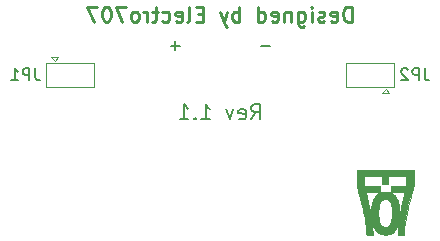
<source format=gbr>
G04 #@! TF.GenerationSoftware,KiCad,Pcbnew,(6.0.6)*
G04 #@! TF.CreationDate,2022-07-01T01:06:20-04:00*
G04 #@! TF.ProjectId,C,432e6b69-6361-4645-9f70-636258585858,rev?*
G04 #@! TF.SameCoordinates,Original*
G04 #@! TF.FileFunction,Legend,Bot*
G04 #@! TF.FilePolarity,Positive*
%FSLAX46Y46*%
G04 Gerber Fmt 4.6, Leading zero omitted, Abs format (unit mm)*
G04 Created by KiCad (PCBNEW (6.0.6)) date 2022-07-01 01:06:20*
%MOMM*%
%LPD*%
G01*
G04 APERTURE LIST*
%ADD10C,0.150000*%
%ADD11C,0.228600*%
%ADD12C,0.152400*%
%ADD13C,0.120000*%
%ADD14C,0.010000*%
G04 APERTURE END LIST*
D10*
X154559047Y-81351428D02*
X155320952Y-81351428D01*
X154940000Y-81732380D02*
X154940000Y-80970476D01*
X162179047Y-81351428D02*
X162940952Y-81351428D01*
D11*
X169877619Y-79314523D02*
X169877619Y-78044523D01*
X169575238Y-78044523D01*
X169393809Y-78105000D01*
X169272857Y-78225952D01*
X169212380Y-78346904D01*
X169151904Y-78588809D01*
X169151904Y-78770238D01*
X169212380Y-79012142D01*
X169272857Y-79133095D01*
X169393809Y-79254047D01*
X169575238Y-79314523D01*
X169877619Y-79314523D01*
X168123809Y-79254047D02*
X168244761Y-79314523D01*
X168486666Y-79314523D01*
X168607619Y-79254047D01*
X168668095Y-79133095D01*
X168668095Y-78649285D01*
X168607619Y-78528333D01*
X168486666Y-78467857D01*
X168244761Y-78467857D01*
X168123809Y-78528333D01*
X168063333Y-78649285D01*
X168063333Y-78770238D01*
X168668095Y-78891190D01*
X167579523Y-79254047D02*
X167458571Y-79314523D01*
X167216666Y-79314523D01*
X167095714Y-79254047D01*
X167035238Y-79133095D01*
X167035238Y-79072619D01*
X167095714Y-78951666D01*
X167216666Y-78891190D01*
X167398095Y-78891190D01*
X167519047Y-78830714D01*
X167579523Y-78709761D01*
X167579523Y-78649285D01*
X167519047Y-78528333D01*
X167398095Y-78467857D01*
X167216666Y-78467857D01*
X167095714Y-78528333D01*
X166490952Y-79314523D02*
X166490952Y-78467857D01*
X166490952Y-78044523D02*
X166551428Y-78105000D01*
X166490952Y-78165476D01*
X166430476Y-78105000D01*
X166490952Y-78044523D01*
X166490952Y-78165476D01*
X165341904Y-78467857D02*
X165341904Y-79495952D01*
X165402380Y-79616904D01*
X165462857Y-79677380D01*
X165583809Y-79737857D01*
X165765238Y-79737857D01*
X165886190Y-79677380D01*
X165341904Y-79254047D02*
X165462857Y-79314523D01*
X165704761Y-79314523D01*
X165825714Y-79254047D01*
X165886190Y-79193571D01*
X165946666Y-79072619D01*
X165946666Y-78709761D01*
X165886190Y-78588809D01*
X165825714Y-78528333D01*
X165704761Y-78467857D01*
X165462857Y-78467857D01*
X165341904Y-78528333D01*
X164737142Y-78467857D02*
X164737142Y-79314523D01*
X164737142Y-78588809D02*
X164676666Y-78528333D01*
X164555714Y-78467857D01*
X164374285Y-78467857D01*
X164253333Y-78528333D01*
X164192857Y-78649285D01*
X164192857Y-79314523D01*
X163104285Y-79254047D02*
X163225238Y-79314523D01*
X163467142Y-79314523D01*
X163588095Y-79254047D01*
X163648571Y-79133095D01*
X163648571Y-78649285D01*
X163588095Y-78528333D01*
X163467142Y-78467857D01*
X163225238Y-78467857D01*
X163104285Y-78528333D01*
X163043809Y-78649285D01*
X163043809Y-78770238D01*
X163648571Y-78891190D01*
X161955238Y-79314523D02*
X161955238Y-78044523D01*
X161955238Y-79254047D02*
X162076190Y-79314523D01*
X162318095Y-79314523D01*
X162439047Y-79254047D01*
X162499523Y-79193571D01*
X162560000Y-79072619D01*
X162560000Y-78709761D01*
X162499523Y-78588809D01*
X162439047Y-78528333D01*
X162318095Y-78467857D01*
X162076190Y-78467857D01*
X161955238Y-78528333D01*
X160382857Y-79314523D02*
X160382857Y-78044523D01*
X160382857Y-78528333D02*
X160261904Y-78467857D01*
X160020000Y-78467857D01*
X159899047Y-78528333D01*
X159838571Y-78588809D01*
X159778095Y-78709761D01*
X159778095Y-79072619D01*
X159838571Y-79193571D01*
X159899047Y-79254047D01*
X160020000Y-79314523D01*
X160261904Y-79314523D01*
X160382857Y-79254047D01*
X159354761Y-78467857D02*
X159052380Y-79314523D01*
X158750000Y-78467857D02*
X159052380Y-79314523D01*
X159173333Y-79616904D01*
X159233809Y-79677380D01*
X159354761Y-79737857D01*
X157298571Y-78649285D02*
X156875238Y-78649285D01*
X156693809Y-79314523D02*
X157298571Y-79314523D01*
X157298571Y-78044523D01*
X156693809Y-78044523D01*
X155968095Y-79314523D02*
X156089047Y-79254047D01*
X156149523Y-79133095D01*
X156149523Y-78044523D01*
X155000476Y-79254047D02*
X155121428Y-79314523D01*
X155363333Y-79314523D01*
X155484285Y-79254047D01*
X155544761Y-79133095D01*
X155544761Y-78649285D01*
X155484285Y-78528333D01*
X155363333Y-78467857D01*
X155121428Y-78467857D01*
X155000476Y-78528333D01*
X154940000Y-78649285D01*
X154940000Y-78770238D01*
X155544761Y-78891190D01*
X153851428Y-79254047D02*
X153972380Y-79314523D01*
X154214285Y-79314523D01*
X154335238Y-79254047D01*
X154395714Y-79193571D01*
X154456190Y-79072619D01*
X154456190Y-78709761D01*
X154395714Y-78588809D01*
X154335238Y-78528333D01*
X154214285Y-78467857D01*
X153972380Y-78467857D01*
X153851428Y-78528333D01*
X153488571Y-78467857D02*
X153004761Y-78467857D01*
X153307142Y-78044523D02*
X153307142Y-79133095D01*
X153246666Y-79254047D01*
X153125714Y-79314523D01*
X153004761Y-79314523D01*
X152581428Y-79314523D02*
X152581428Y-78467857D01*
X152581428Y-78709761D02*
X152520952Y-78588809D01*
X152460476Y-78528333D01*
X152339523Y-78467857D01*
X152218571Y-78467857D01*
X151613809Y-79314523D02*
X151734761Y-79254047D01*
X151795238Y-79193571D01*
X151855714Y-79072619D01*
X151855714Y-78709761D01*
X151795238Y-78588809D01*
X151734761Y-78528333D01*
X151613809Y-78467857D01*
X151432380Y-78467857D01*
X151311428Y-78528333D01*
X151250952Y-78588809D01*
X151190476Y-78709761D01*
X151190476Y-79072619D01*
X151250952Y-79193571D01*
X151311428Y-79254047D01*
X151432380Y-79314523D01*
X151613809Y-79314523D01*
X150767142Y-78044523D02*
X149920476Y-78044523D01*
X150464761Y-79314523D01*
X149194761Y-78044523D02*
X149073809Y-78044523D01*
X148952857Y-78105000D01*
X148892380Y-78165476D01*
X148831904Y-78286428D01*
X148771428Y-78528333D01*
X148771428Y-78830714D01*
X148831904Y-79072619D01*
X148892380Y-79193571D01*
X148952857Y-79254047D01*
X149073809Y-79314523D01*
X149194761Y-79314523D01*
X149315714Y-79254047D01*
X149376190Y-79193571D01*
X149436666Y-79072619D01*
X149497142Y-78830714D01*
X149497142Y-78528333D01*
X149436666Y-78286428D01*
X149376190Y-78165476D01*
X149315714Y-78105000D01*
X149194761Y-78044523D01*
X148348095Y-78044523D02*
X147501428Y-78044523D01*
X148045714Y-79314523D01*
D12*
X161380714Y-87569523D02*
X161804047Y-86964761D01*
X162106428Y-87569523D02*
X162106428Y-86299523D01*
X161622619Y-86299523D01*
X161501666Y-86360000D01*
X161441190Y-86420476D01*
X161380714Y-86541428D01*
X161380714Y-86722857D01*
X161441190Y-86843809D01*
X161501666Y-86904285D01*
X161622619Y-86964761D01*
X162106428Y-86964761D01*
X160352619Y-87509047D02*
X160473571Y-87569523D01*
X160715476Y-87569523D01*
X160836428Y-87509047D01*
X160896904Y-87388095D01*
X160896904Y-86904285D01*
X160836428Y-86783333D01*
X160715476Y-86722857D01*
X160473571Y-86722857D01*
X160352619Y-86783333D01*
X160292142Y-86904285D01*
X160292142Y-87025238D01*
X160896904Y-87146190D01*
X159868809Y-86722857D02*
X159566428Y-87569523D01*
X159264047Y-86722857D01*
X157147380Y-87569523D02*
X157873095Y-87569523D01*
X157510238Y-87569523D02*
X157510238Y-86299523D01*
X157631190Y-86480952D01*
X157752142Y-86601904D01*
X157873095Y-86662380D01*
X156603095Y-87448571D02*
X156542619Y-87509047D01*
X156603095Y-87569523D01*
X156663571Y-87509047D01*
X156603095Y-87448571D01*
X156603095Y-87569523D01*
X155333095Y-87569523D02*
X156058809Y-87569523D01*
X155695952Y-87569523D02*
X155695952Y-86299523D01*
X155816904Y-86480952D01*
X155937857Y-86601904D01*
X156058809Y-86662380D01*
D10*
X143073333Y-83272380D02*
X143073333Y-83986666D01*
X143120952Y-84129523D01*
X143216190Y-84224761D01*
X143359047Y-84272380D01*
X143454285Y-84272380D01*
X142597142Y-84272380D02*
X142597142Y-83272380D01*
X142216190Y-83272380D01*
X142120952Y-83320000D01*
X142073333Y-83367619D01*
X142025714Y-83462857D01*
X142025714Y-83605714D01*
X142073333Y-83700952D01*
X142120952Y-83748571D01*
X142216190Y-83796190D01*
X142597142Y-83796190D01*
X141073333Y-84272380D02*
X141644761Y-84272380D01*
X141359047Y-84272380D02*
X141359047Y-83272380D01*
X141454285Y-83415238D01*
X141549523Y-83510476D01*
X141644761Y-83558095D01*
X176063333Y-83272380D02*
X176063333Y-83986666D01*
X176110952Y-84129523D01*
X176206190Y-84224761D01*
X176349047Y-84272380D01*
X176444285Y-84272380D01*
X175587142Y-84272380D02*
X175587142Y-83272380D01*
X175206190Y-83272380D01*
X175110952Y-83320000D01*
X175063333Y-83367619D01*
X175015714Y-83462857D01*
X175015714Y-83605714D01*
X175063333Y-83700952D01*
X175110952Y-83748571D01*
X175206190Y-83796190D01*
X175587142Y-83796190D01*
X174634761Y-83367619D02*
X174587142Y-83320000D01*
X174491904Y-83272380D01*
X174253809Y-83272380D01*
X174158571Y-83320000D01*
X174110952Y-83367619D01*
X174063333Y-83462857D01*
X174063333Y-83558095D01*
X174110952Y-83700952D01*
X174682380Y-84272380D01*
X174063333Y-84272380D01*
D13*
X144750000Y-82620000D02*
X145050000Y-82320000D01*
X148100000Y-82820000D02*
X144000000Y-82820000D01*
X144750000Y-82620000D02*
X144450000Y-82320000D01*
X144000000Y-84820000D02*
X148100000Y-84820000D01*
X148100000Y-84820000D02*
X148100000Y-82820000D01*
X144000000Y-82820000D02*
X144000000Y-84820000D01*
X144450000Y-82320000D02*
X145050000Y-82320000D01*
X173050000Y-85320000D02*
X172450000Y-85320000D01*
X172750000Y-85020000D02*
X173050000Y-85320000D01*
X169400000Y-84820000D02*
X173500000Y-84820000D01*
X169400000Y-82820000D02*
X169400000Y-84820000D01*
X173500000Y-84820000D02*
X173500000Y-82820000D01*
X173500000Y-82820000D02*
X169400000Y-82820000D01*
X172750000Y-85020000D02*
X172450000Y-85320000D01*
G36*
X174356703Y-96600137D02*
G01*
X174335700Y-96767954D01*
X174319378Y-96925182D01*
X174318464Y-96935262D01*
X174314021Y-96988318D01*
X174309848Y-97044455D01*
X174306093Y-97101169D01*
X174302904Y-97155957D01*
X174300429Y-97206312D01*
X174298816Y-97249732D01*
X174298212Y-97283710D01*
X174298125Y-97333214D01*
X173782084Y-97333214D01*
X173782141Y-97253708D01*
X173782325Y-97223009D01*
X173784368Y-97135617D01*
X173788687Y-97038404D01*
X173795308Y-96931048D01*
X173804253Y-96813226D01*
X173815546Y-96684616D01*
X173829211Y-96544896D01*
X173845272Y-96393743D01*
X173845683Y-96386310D01*
X173843992Y-96385853D01*
X173839673Y-96395729D01*
X173832554Y-96416355D01*
X173822459Y-96448145D01*
X173820951Y-96452985D01*
X173778521Y-96575810D01*
X173731234Y-96688109D01*
X173678772Y-96790448D01*
X173620815Y-96883394D01*
X173557043Y-96967516D01*
X173487136Y-97043380D01*
X173441928Y-97086205D01*
X173394082Y-97126916D01*
X173346451Y-97161848D01*
X173295805Y-97193348D01*
X173238914Y-97223763D01*
X173179397Y-97251355D01*
X173097636Y-97281833D01*
X173012610Y-97304880D01*
X172922524Y-97320874D01*
X172825586Y-97330192D01*
X172720000Y-97333214D01*
X172640233Y-97331538D01*
X172541441Y-97323869D01*
X172449931Y-97309638D01*
X172363891Y-97288463D01*
X172281505Y-97259961D01*
X172200959Y-97223750D01*
X172142544Y-97191952D01*
X172055071Y-97133660D01*
X171974022Y-97065700D01*
X171899306Y-96987950D01*
X171830832Y-96900291D01*
X171768509Y-96802601D01*
X171712247Y-96694761D01*
X171661955Y-96576649D01*
X171617542Y-96448145D01*
X171609287Y-96422007D01*
X171601566Y-96399104D01*
X171596682Y-96387036D01*
X171594461Y-96385387D01*
X171594728Y-96393743D01*
X171601115Y-96452546D01*
X171616263Y-96599317D01*
X171629024Y-96734777D01*
X171639422Y-96859250D01*
X171647481Y-96973057D01*
X171653224Y-97076521D01*
X171656676Y-97169964D01*
X171657859Y-97253708D01*
X171657917Y-97333214D01*
X171143697Y-97333214D01*
X171139571Y-97217705D01*
X171138265Y-97184641D01*
X171129512Y-97035237D01*
X171115705Y-96875233D01*
X171096840Y-96704605D01*
X171072913Y-96523330D01*
X171046130Y-96346016D01*
X171587193Y-96346016D01*
X171587911Y-96353137D01*
X171589716Y-96354076D01*
X171591911Y-96349137D01*
X171591478Y-96345960D01*
X171587911Y-96345137D01*
X171587193Y-96346016D01*
X171046130Y-96346016D01*
X171043920Y-96331382D01*
X171009857Y-96128739D01*
X170970719Y-95915375D01*
X170926502Y-95691268D01*
X170877202Y-95456394D01*
X170822816Y-95210728D01*
X170763338Y-94954246D01*
X170698765Y-94686924D01*
X170679181Y-94607991D01*
X170653811Y-94507376D01*
X170627167Y-94403323D01*
X170599568Y-94296996D01*
X170571327Y-94189553D01*
X170542763Y-94082158D01*
X170514192Y-93975971D01*
X170485930Y-93872154D01*
X170458294Y-93771867D01*
X170431599Y-93676273D01*
X170406164Y-93586532D01*
X170382303Y-93503805D01*
X170360334Y-93429255D01*
X170340573Y-93364042D01*
X170323336Y-93309327D01*
X170301810Y-93242751D01*
X170301810Y-93216890D01*
X170937860Y-93216890D01*
X172257964Y-93216890D01*
X172257964Y-93732931D01*
X171065734Y-93732931D01*
X171088667Y-93811385D01*
X171101144Y-93855028D01*
X171123272Y-93936444D01*
X171146893Y-94027844D01*
X171171756Y-94128062D01*
X171197612Y-94235933D01*
X171224211Y-94350291D01*
X171251303Y-94469969D01*
X171278637Y-94593803D01*
X171305964Y-94720625D01*
X171333034Y-94849271D01*
X171359597Y-94978574D01*
X171385402Y-95107369D01*
X171410200Y-95234490D01*
X171433740Y-95358771D01*
X171455773Y-95479046D01*
X171476049Y-95594149D01*
X171494317Y-95702915D01*
X171504905Y-95767749D01*
X171505066Y-95543746D01*
X172141703Y-95543746D01*
X172142177Y-95606397D01*
X172143151Y-95665857D01*
X172144623Y-95719927D01*
X172146595Y-95766406D01*
X172149065Y-95803094D01*
X172156951Y-95881728D01*
X172174603Y-96009437D01*
X172197305Y-96126286D01*
X172225058Y-96232273D01*
X172257858Y-96327392D01*
X172267627Y-96349137D01*
X172295705Y-96411641D01*
X172338595Y-96485017D01*
X172386527Y-96547515D01*
X172439500Y-96599133D01*
X172497511Y-96639867D01*
X172560558Y-96669712D01*
X172628640Y-96688667D01*
X172667882Y-96693981D01*
X172718965Y-96696273D01*
X172770254Y-96694360D01*
X172816020Y-96688253D01*
X172853536Y-96678975D01*
X172918138Y-96653592D01*
X172977810Y-96617293D01*
X173032538Y-96570102D01*
X173082310Y-96512040D01*
X173127116Y-96443130D01*
X173166943Y-96363394D01*
X173173629Y-96346016D01*
X173849371Y-96346016D01*
X173850089Y-96353137D01*
X173851894Y-96354076D01*
X173854090Y-96349137D01*
X173853657Y-96345960D01*
X173850089Y-96345137D01*
X173849371Y-96346016D01*
X173173629Y-96346016D01*
X173201779Y-96272853D01*
X173231613Y-96171531D01*
X173256432Y-96059449D01*
X173276224Y-95936629D01*
X173290978Y-95803094D01*
X173293210Y-95771055D01*
X173295256Y-95725484D01*
X173296798Y-95672076D01*
X173297835Y-95613034D01*
X173298368Y-95550562D01*
X173298397Y-95486861D01*
X173297922Y-95424136D01*
X173296942Y-95364589D01*
X173295458Y-95310424D01*
X173293470Y-95263842D01*
X173290978Y-95227049D01*
X173279325Y-95117222D01*
X173260422Y-94991962D01*
X173236481Y-94877595D01*
X173207502Y-94774119D01*
X173173485Y-94681535D01*
X173134431Y-94599842D01*
X173090339Y-94529042D01*
X173041209Y-94469134D01*
X172987042Y-94420118D01*
X172927838Y-94381995D01*
X172863596Y-94354763D01*
X172794317Y-94338424D01*
X172720000Y-94332978D01*
X172654910Y-94337048D01*
X172585631Y-94351725D01*
X172521448Y-94377214D01*
X172462059Y-94413639D01*
X172407160Y-94461126D01*
X172404602Y-94463717D01*
X172355133Y-94521994D01*
X172310719Y-94590744D01*
X172271335Y-94670034D01*
X172236960Y-94759936D01*
X172207568Y-94860519D01*
X172183138Y-94971852D01*
X172163645Y-95094006D01*
X172149065Y-95227049D01*
X172146817Y-95259626D01*
X172144796Y-95305232D01*
X172143274Y-95358647D01*
X172142251Y-95417671D01*
X172141728Y-95480104D01*
X172141703Y-95543746D01*
X171505066Y-95543746D01*
X171505088Y-95513900D01*
X171505231Y-95467763D01*
X171506504Y-95365329D01*
X171509221Y-95272099D01*
X171513543Y-95186143D01*
X171519630Y-95105535D01*
X171527644Y-95028346D01*
X171537745Y-94952648D01*
X171550095Y-94876514D01*
X171564855Y-94798015D01*
X171581427Y-94721130D01*
X171617744Y-94584120D01*
X171660819Y-94456591D01*
X171710578Y-94338628D01*
X171766946Y-94230313D01*
X171829847Y-94131728D01*
X171899206Y-94042957D01*
X171974949Y-93964080D01*
X172056999Y-93895183D01*
X172145284Y-93836346D01*
X172239726Y-93787653D01*
X172340251Y-93749186D01*
X172446785Y-93721028D01*
X172559251Y-93703261D01*
X172595571Y-93700338D01*
X172641535Y-93698311D01*
X172692702Y-93697289D01*
X172745639Y-93697273D01*
X172796914Y-93698263D01*
X172843095Y-93700259D01*
X172880749Y-93703261D01*
X172915102Y-93707523D01*
X173024273Y-93728351D01*
X173128848Y-93759587D01*
X173228032Y-93800914D01*
X173321033Y-93852017D01*
X173407054Y-93912580D01*
X173425566Y-93928130D01*
X173456180Y-93956350D01*
X173489514Y-93989331D01*
X173522865Y-94024294D01*
X173553528Y-94058461D01*
X173578800Y-94089055D01*
X173588809Y-94102124D01*
X173654209Y-94198170D01*
X173712933Y-94304066D01*
X173764928Y-94419673D01*
X173810144Y-94544850D01*
X173848529Y-94679457D01*
X173880031Y-94823353D01*
X173904599Y-94976397D01*
X173906645Y-94991812D01*
X173913839Y-95048761D01*
X173919758Y-95101368D01*
X173924515Y-95151674D01*
X173928226Y-95201722D01*
X173931005Y-95253555D01*
X173932967Y-95309214D01*
X173934226Y-95370741D01*
X173934898Y-95440180D01*
X173935015Y-95486861D01*
X173935096Y-95519572D01*
X173935098Y-95544573D01*
X173935113Y-95596104D01*
X173935141Y-95643139D01*
X173935182Y-95684426D01*
X173935233Y-95718716D01*
X173935293Y-95744757D01*
X173935361Y-95761300D01*
X173935433Y-95767091D01*
X173936301Y-95762371D01*
X173938678Y-95747997D01*
X173942177Y-95726285D01*
X173946416Y-95699586D01*
X173948983Y-95683654D01*
X173955718Y-95643636D01*
X173964291Y-95594376D01*
X173974390Y-95537568D01*
X173985701Y-95474905D01*
X173997909Y-95408080D01*
X174010703Y-95338787D01*
X174023767Y-95268720D01*
X174036790Y-95199571D01*
X174049457Y-95133034D01*
X174061455Y-95070802D01*
X174072471Y-95014569D01*
X174082191Y-94966028D01*
X174098213Y-94887880D01*
X174124919Y-94760475D01*
X174152117Y-94634077D01*
X174179526Y-94509890D01*
X174206865Y-94389114D01*
X174233853Y-94272953D01*
X174260209Y-94162609D01*
X174285654Y-94059282D01*
X174309905Y-93964177D01*
X174332682Y-93878494D01*
X174353705Y-93803436D01*
X174374092Y-93732931D01*
X173182037Y-93732931D01*
X173182037Y-93216890D01*
X174502141Y-93216890D01*
X174502141Y-92412827D01*
X172978021Y-92412827D01*
X172978021Y-93012874D01*
X172461980Y-93012874D01*
X172461980Y-92412827D01*
X170937860Y-92412827D01*
X170937860Y-93216890D01*
X170301810Y-93216890D01*
X170301810Y-91896786D01*
X175138191Y-91896786D01*
X175138191Y-93242277D01*
X175114035Y-93317836D01*
X175111384Y-93326200D01*
X175100460Y-93361670D01*
X175086958Y-93406702D01*
X175071324Y-93459736D01*
X175054005Y-93519213D01*
X175035448Y-93583574D01*
X175016098Y-93651258D01*
X174996402Y-93720706D01*
X174976807Y-93790359D01*
X174957759Y-93858657D01*
X174939704Y-93924041D01*
X174923089Y-93984951D01*
X174871735Y-94176754D01*
X174804998Y-94433019D01*
X174741982Y-94683366D01*
X174682775Y-94927371D01*
X174627464Y-95164609D01*
X174576137Y-95394656D01*
X174528880Y-95617087D01*
X174485780Y-95831477D01*
X174446926Y-96037401D01*
X174412403Y-96234436D01*
X174394009Y-96349137D01*
X174382300Y-96422156D01*
X174356703Y-96600137D01*
G37*
D14*
X174356703Y-96600137D02*
X174335700Y-96767954D01*
X174319378Y-96925182D01*
X174318464Y-96935262D01*
X174314021Y-96988318D01*
X174309848Y-97044455D01*
X174306093Y-97101169D01*
X174302904Y-97155957D01*
X174300429Y-97206312D01*
X174298816Y-97249732D01*
X174298212Y-97283710D01*
X174298125Y-97333214D01*
X173782084Y-97333214D01*
X173782141Y-97253708D01*
X173782325Y-97223009D01*
X173784368Y-97135617D01*
X173788687Y-97038404D01*
X173795308Y-96931048D01*
X173804253Y-96813226D01*
X173815546Y-96684616D01*
X173829211Y-96544896D01*
X173845272Y-96393743D01*
X173845683Y-96386310D01*
X173843992Y-96385853D01*
X173839673Y-96395729D01*
X173832554Y-96416355D01*
X173822459Y-96448145D01*
X173820951Y-96452985D01*
X173778521Y-96575810D01*
X173731234Y-96688109D01*
X173678772Y-96790448D01*
X173620815Y-96883394D01*
X173557043Y-96967516D01*
X173487136Y-97043380D01*
X173441928Y-97086205D01*
X173394082Y-97126916D01*
X173346451Y-97161848D01*
X173295805Y-97193348D01*
X173238914Y-97223763D01*
X173179397Y-97251355D01*
X173097636Y-97281833D01*
X173012610Y-97304880D01*
X172922524Y-97320874D01*
X172825586Y-97330192D01*
X172720000Y-97333214D01*
X172640233Y-97331538D01*
X172541441Y-97323869D01*
X172449931Y-97309638D01*
X172363891Y-97288463D01*
X172281505Y-97259961D01*
X172200959Y-97223750D01*
X172142544Y-97191952D01*
X172055071Y-97133660D01*
X171974022Y-97065700D01*
X171899306Y-96987950D01*
X171830832Y-96900291D01*
X171768509Y-96802601D01*
X171712247Y-96694761D01*
X171661955Y-96576649D01*
X171617542Y-96448145D01*
X171609287Y-96422007D01*
X171601566Y-96399104D01*
X171596682Y-96387036D01*
X171594461Y-96385387D01*
X171594728Y-96393743D01*
X171601115Y-96452546D01*
X171616263Y-96599317D01*
X171629024Y-96734777D01*
X171639422Y-96859250D01*
X171647481Y-96973057D01*
X171653224Y-97076521D01*
X171656676Y-97169964D01*
X171657859Y-97253708D01*
X171657917Y-97333214D01*
X171143697Y-97333214D01*
X171139571Y-97217705D01*
X171138265Y-97184641D01*
X171129512Y-97035237D01*
X171115705Y-96875233D01*
X171096840Y-96704605D01*
X171072913Y-96523330D01*
X171046130Y-96346016D01*
X171587193Y-96346016D01*
X171587911Y-96353137D01*
X171589716Y-96354076D01*
X171591911Y-96349137D01*
X171591478Y-96345960D01*
X171587911Y-96345137D01*
X171587193Y-96346016D01*
X171046130Y-96346016D01*
X171043920Y-96331382D01*
X171009857Y-96128739D01*
X170970719Y-95915375D01*
X170926502Y-95691268D01*
X170877202Y-95456394D01*
X170822816Y-95210728D01*
X170763338Y-94954246D01*
X170698765Y-94686924D01*
X170679181Y-94607991D01*
X170653811Y-94507376D01*
X170627167Y-94403323D01*
X170599568Y-94296996D01*
X170571327Y-94189553D01*
X170542763Y-94082158D01*
X170514192Y-93975971D01*
X170485930Y-93872154D01*
X170458294Y-93771867D01*
X170431599Y-93676273D01*
X170406164Y-93586532D01*
X170382303Y-93503805D01*
X170360334Y-93429255D01*
X170340573Y-93364042D01*
X170323336Y-93309327D01*
X170301810Y-93242751D01*
X170301810Y-93216890D01*
X170937860Y-93216890D01*
X172257964Y-93216890D01*
X172257964Y-93732931D01*
X171065734Y-93732931D01*
X171088667Y-93811385D01*
X171101144Y-93855028D01*
X171123272Y-93936444D01*
X171146893Y-94027844D01*
X171171756Y-94128062D01*
X171197612Y-94235933D01*
X171224211Y-94350291D01*
X171251303Y-94469969D01*
X171278637Y-94593803D01*
X171305964Y-94720625D01*
X171333034Y-94849271D01*
X171359597Y-94978574D01*
X171385402Y-95107369D01*
X171410200Y-95234490D01*
X171433740Y-95358771D01*
X171455773Y-95479046D01*
X171476049Y-95594149D01*
X171494317Y-95702915D01*
X171504905Y-95767749D01*
X171505066Y-95543746D01*
X172141703Y-95543746D01*
X172142177Y-95606397D01*
X172143151Y-95665857D01*
X172144623Y-95719927D01*
X172146595Y-95766406D01*
X172149065Y-95803094D01*
X172156951Y-95881728D01*
X172174603Y-96009437D01*
X172197305Y-96126286D01*
X172225058Y-96232273D01*
X172257858Y-96327392D01*
X172267627Y-96349137D01*
X172295705Y-96411641D01*
X172338595Y-96485017D01*
X172386527Y-96547515D01*
X172439500Y-96599133D01*
X172497511Y-96639867D01*
X172560558Y-96669712D01*
X172628640Y-96688667D01*
X172667882Y-96693981D01*
X172718965Y-96696273D01*
X172770254Y-96694360D01*
X172816020Y-96688253D01*
X172853536Y-96678975D01*
X172918138Y-96653592D01*
X172977810Y-96617293D01*
X173032538Y-96570102D01*
X173082310Y-96512040D01*
X173127116Y-96443130D01*
X173166943Y-96363394D01*
X173173629Y-96346016D01*
X173849371Y-96346016D01*
X173850089Y-96353137D01*
X173851894Y-96354076D01*
X173854090Y-96349137D01*
X173853657Y-96345960D01*
X173850089Y-96345137D01*
X173849371Y-96346016D01*
X173173629Y-96346016D01*
X173201779Y-96272853D01*
X173231613Y-96171531D01*
X173256432Y-96059449D01*
X173276224Y-95936629D01*
X173290978Y-95803094D01*
X173293210Y-95771055D01*
X173295256Y-95725484D01*
X173296798Y-95672076D01*
X173297835Y-95613034D01*
X173298368Y-95550562D01*
X173298397Y-95486861D01*
X173297922Y-95424136D01*
X173296942Y-95364589D01*
X173295458Y-95310424D01*
X173293470Y-95263842D01*
X173290978Y-95227049D01*
X173279325Y-95117222D01*
X173260422Y-94991962D01*
X173236481Y-94877595D01*
X173207502Y-94774119D01*
X173173485Y-94681535D01*
X173134431Y-94599842D01*
X173090339Y-94529042D01*
X173041209Y-94469134D01*
X172987042Y-94420118D01*
X172927838Y-94381995D01*
X172863596Y-94354763D01*
X172794317Y-94338424D01*
X172720000Y-94332978D01*
X172654910Y-94337048D01*
X172585631Y-94351725D01*
X172521448Y-94377214D01*
X172462059Y-94413639D01*
X172407160Y-94461126D01*
X172404602Y-94463717D01*
X172355133Y-94521994D01*
X172310719Y-94590744D01*
X172271335Y-94670034D01*
X172236960Y-94759936D01*
X172207568Y-94860519D01*
X172183138Y-94971852D01*
X172163645Y-95094006D01*
X172149065Y-95227049D01*
X172146817Y-95259626D01*
X172144796Y-95305232D01*
X172143274Y-95358647D01*
X172142251Y-95417671D01*
X172141728Y-95480104D01*
X172141703Y-95543746D01*
X171505066Y-95543746D01*
X171505088Y-95513900D01*
X171505231Y-95467763D01*
X171506504Y-95365329D01*
X171509221Y-95272099D01*
X171513543Y-95186143D01*
X171519630Y-95105535D01*
X171527644Y-95028346D01*
X171537745Y-94952648D01*
X171550095Y-94876514D01*
X171564855Y-94798015D01*
X171581427Y-94721130D01*
X171617744Y-94584120D01*
X171660819Y-94456591D01*
X171710578Y-94338628D01*
X171766946Y-94230313D01*
X171829847Y-94131728D01*
X171899206Y-94042957D01*
X171974949Y-93964080D01*
X172056999Y-93895183D01*
X172145284Y-93836346D01*
X172239726Y-93787653D01*
X172340251Y-93749186D01*
X172446785Y-93721028D01*
X172559251Y-93703261D01*
X172595571Y-93700338D01*
X172641535Y-93698311D01*
X172692702Y-93697289D01*
X172745639Y-93697273D01*
X172796914Y-93698263D01*
X172843095Y-93700259D01*
X172880749Y-93703261D01*
X172915102Y-93707523D01*
X173024273Y-93728351D01*
X173128848Y-93759587D01*
X173228032Y-93800914D01*
X173321033Y-93852017D01*
X173407054Y-93912580D01*
X173425566Y-93928130D01*
X173456180Y-93956350D01*
X173489514Y-93989331D01*
X173522865Y-94024294D01*
X173553528Y-94058461D01*
X173578800Y-94089055D01*
X173588809Y-94102124D01*
X173654209Y-94198170D01*
X173712933Y-94304066D01*
X173764928Y-94419673D01*
X173810144Y-94544850D01*
X173848529Y-94679457D01*
X173880031Y-94823353D01*
X173904599Y-94976397D01*
X173906645Y-94991812D01*
X173913839Y-95048761D01*
X173919758Y-95101368D01*
X173924515Y-95151674D01*
X173928226Y-95201722D01*
X173931005Y-95253555D01*
X173932967Y-95309214D01*
X173934226Y-95370741D01*
X173934898Y-95440180D01*
X173935015Y-95486861D01*
X173935096Y-95519572D01*
X173935098Y-95544573D01*
X173935113Y-95596104D01*
X173935141Y-95643139D01*
X173935182Y-95684426D01*
X173935233Y-95718716D01*
X173935293Y-95744757D01*
X173935361Y-95761300D01*
X173935433Y-95767091D01*
X173936301Y-95762371D01*
X173938678Y-95747997D01*
X173942177Y-95726285D01*
X173946416Y-95699586D01*
X173948983Y-95683654D01*
X173955718Y-95643636D01*
X173964291Y-95594376D01*
X173974390Y-95537568D01*
X173985701Y-95474905D01*
X173997909Y-95408080D01*
X174010703Y-95338787D01*
X174023767Y-95268720D01*
X174036790Y-95199571D01*
X174049457Y-95133034D01*
X174061455Y-95070802D01*
X174072471Y-95014569D01*
X174082191Y-94966028D01*
X174098213Y-94887880D01*
X174124919Y-94760475D01*
X174152117Y-94634077D01*
X174179526Y-94509890D01*
X174206865Y-94389114D01*
X174233853Y-94272953D01*
X174260209Y-94162609D01*
X174285654Y-94059282D01*
X174309905Y-93964177D01*
X174332682Y-93878494D01*
X174353705Y-93803436D01*
X174374092Y-93732931D01*
X173182037Y-93732931D01*
X173182037Y-93216890D01*
X174502141Y-93216890D01*
X174502141Y-92412827D01*
X172978021Y-92412827D01*
X172978021Y-93012874D01*
X172461980Y-93012874D01*
X172461980Y-92412827D01*
X170937860Y-92412827D01*
X170937860Y-93216890D01*
X170301810Y-93216890D01*
X170301810Y-91896786D01*
X175138191Y-91896786D01*
X175138191Y-93242277D01*
X175114035Y-93317836D01*
X175111384Y-93326200D01*
X175100460Y-93361670D01*
X175086958Y-93406702D01*
X175071324Y-93459736D01*
X175054005Y-93519213D01*
X175035448Y-93583574D01*
X175016098Y-93651258D01*
X174996402Y-93720706D01*
X174976807Y-93790359D01*
X174957759Y-93858657D01*
X174939704Y-93924041D01*
X174923089Y-93984951D01*
X174871735Y-94176754D01*
X174804998Y-94433019D01*
X174741982Y-94683366D01*
X174682775Y-94927371D01*
X174627464Y-95164609D01*
X174576137Y-95394656D01*
X174528880Y-95617087D01*
X174485780Y-95831477D01*
X174446926Y-96037401D01*
X174412403Y-96234436D01*
X174394009Y-96349137D01*
X174382300Y-96422156D01*
X174356703Y-96600137D01*
M02*

</source>
